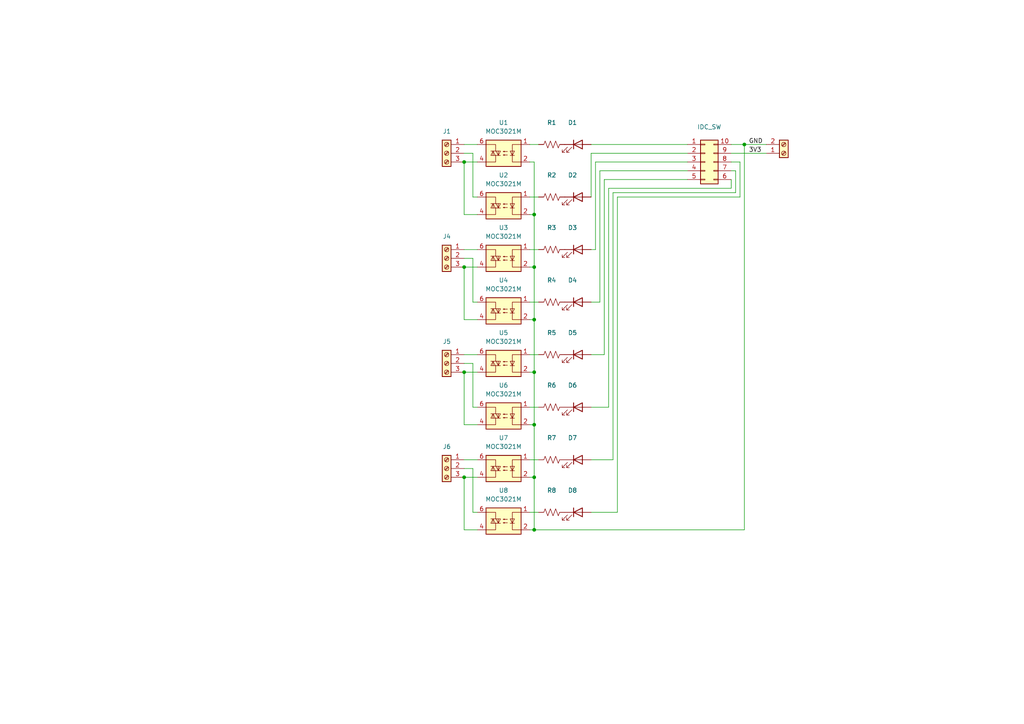
<source format=kicad_sch>
(kicad_sch (version 20211123) (generator eeschema)
  (paper "A4")
  (lib_symbols
    (symbol "Connector:Screw_Terminal_01x02" (pin_names (offset 1.016) hide)
      (property "Reference" "J" (at 0 2.54 0))
      (property "Value" "Screw_Terminal_01x02" (at 0 -5.08 0))
      (symbol "Screw_Terminal_01x02_1_1"
        (rectangle (start -1.27 1.27) (end 1.27 -3.81) (stroke (width 0.254)) (fill (type background)))
        (circle (center 0 -2.54) (radius 0.635) (stroke (width 0.1524)))
        (polyline (pts (xy -0.5334 -2.2098) (xy 0.3302 -3.048)) (stroke (width 0.1524)))
        (polyline (pts (xy -0.5334 0.3302) (xy 0.3302 -0.508)) (stroke (width 0.1524)))
        (polyline (pts (xy -0.3556 -2.032) (xy 0.508 -2.8702)) (stroke (width 0.1524)))
        (polyline (pts (xy -0.3556 0.508) (xy 0.508 -0.3302)) (stroke (width 0.1524)))
        (circle (center 0 0) (radius 0.635) (stroke (width 0.1524)))
        (pin passive line (at -5.08 0 0) (length 3.81) (name "Pin_1") (number "1"))
        (pin passive line (at -5.08 -2.54 0) (length 3.81) (name "Pin_2") (number "2"))
      )
    )
    (symbol "Connector:Screw_Terminal_01x03" (pin_names (offset 1.016) hide)
      (property "Reference" "J" (at 0 5.08 0))
      (property "Value" "Screw_Terminal_01x03" (at 0 -5.08 0))
      (symbol "Screw_Terminal_01x03_1_1"
        (rectangle (start -1.27 3.81) (end 1.27 -3.81) (stroke (width 0.254)) (fill (type background)))
        (circle (center 0 -2.54) (radius 0.635) (stroke (width 0.1524)))
        (polyline (pts (xy -0.5334 -2.2098) (xy 0.3302 -3.048)) (stroke (width 0.1524)))
        (polyline (pts (xy -0.5334 0.3302) (xy 0.3302 -0.508)) (stroke (width 0.1524)))
        (polyline (pts (xy -0.5334 2.8702) (xy 0.3302 2.032)) (stroke (width 0.1524)))
        (polyline (pts (xy -0.3556 -2.032) (xy 0.508 -2.8702)) (stroke (width 0.1524)))
        (polyline (pts (xy -0.3556 0.508) (xy 0.508 -0.3302)) (stroke (width 0.1524)))
        (polyline (pts (xy -0.3556 3.048) (xy 0.508 2.2098)) (stroke (width 0.1524)))
        (circle (center 0 0) (radius 0.635) (stroke (width 0.1524)))
        (circle (center 0 2.54) (radius 0.635) (stroke (width 0.1524)))
        (pin passive line (at -5.08 2.54 0) (length 3.81) (name "Pin_1") (number "1"))
        (pin passive line (at -5.08 0 0) (length 3.81) (name "Pin_2") (number "2"))
        (pin passive line (at -5.08 -2.54 0) (length 3.81) (name "Pin_3") (number "3"))
      )
    )
    (symbol "Connector_Generic:Conn_02x05_Counter_Clockwise" (pin_names (offset 1.016) hide)
      (property "Reference" "J" (at 1.27 7.62 0))
      (property "Value" "Conn_02x05_Counter_Clockwise" (at 1.27 -7.62 0))
      (symbol "Conn_02x05_Counter_Clockwise_1_1"
        (rectangle (start -1.27 -4.953) (end 0 -5.207) (stroke (width 0.1524)))
        (rectangle (start -1.27 -2.413) (end 0 -2.667) (stroke (width 0.1524)))
        (rectangle (start -1.27 0.127) (end 0 -0.127) (stroke (width 0.1524)))
        (rectangle (start -1.27 2.667) (end 0 2.413) (stroke (width 0.1524)))
        (rectangle (start -1.27 5.207) (end 0 4.953) (stroke (width 0.1524)))
        (rectangle (start -1.27 6.35) (end 3.81 -6.35) (stroke (width 0.254)) (fill (type background)))
        (rectangle (start 3.81 -4.953) (end 2.54 -5.207) (stroke (width 0.1524)))
        (rectangle (start 3.81 -2.413) (end 2.54 -2.667) (stroke (width 0.1524)))
        (rectangle (start 3.81 0.127) (end 2.54 -0.127) (stroke (width 0.1524)))
        (rectangle (start 3.81 2.667) (end 2.54 2.413) (stroke (width 0.1524)))
        (rectangle (start 3.81 5.207) (end 2.54 4.953) (stroke (width 0.1524)))
        (pin passive line (at -5.08 5.08 0) (length 3.81) (name "Pin_1") (number "1"))
        (pin passive line (at 7.62 5.08 180) (length 3.81) (name "Pin_10") (number "10"))
        (pin passive line (at -5.08 2.54 0) (length 3.81) (name "Pin_2") (number "2"))
        (pin passive line (at -5.08 0 0) (length 3.81) (name "Pin_3") (number "3"))
        (pin passive line (at -5.08 -2.54 0) (length 3.81) (name "Pin_4") (number "4"))
        (pin passive line (at -5.08 -5.08 0) (length 3.81) (name "Pin_5") (number "5"))
        (pin passive line (at 7.62 -5.08 180) (length 3.81) (name "Pin_6") (number "6"))
        (pin passive line (at 7.62 -2.54 180) (length 3.81) (name "Pin_7") (number "7"))
        (pin passive line (at 7.62 0 180) (length 3.81) (name "Pin_8") (number "8"))
        (pin passive line (at 7.62 2.54 180) (length 3.81) (name "Pin_9") (number "9"))
      )
    )
    (symbol "Device:LED" (pin_numbers hide) (pin_names (offset 1.016) hide)
      (property "Reference" "D" (at 0 2.54 0))
      (property "Value" "LED" (at 0 -2.54 0))
      (symbol "LED_0_1"
        (polyline (pts (xy -1.27 -1.27) (xy -1.27 1.27)) (stroke (width 0.254)))
        (polyline (pts (xy -1.27 0) (xy 1.27 0)))
        (polyline (pts (xy 1.27 -1.27) (xy 1.27 1.27) (xy -1.27 0) (xy 1.27 -1.27)) (stroke (width 0.254)))
        (polyline (pts (xy -3.048 -0.762) (xy -4.572 -2.286) (xy -3.81 -2.286) (xy -4.572 -2.286) (xy -4.572 -1.524)))
        (polyline (pts (xy -1.778 -0.762) (xy -3.302 -2.286) (xy -2.54 -2.286) (xy -3.302 -2.286) (xy -3.302 -1.524)))
      )
      (symbol "LED_1_1"
        (pin passive line (at -3.81 0 0) (length 2.54) (name "K") (number "1"))
        (pin passive line (at 3.81 0 180) (length 2.54) (name "A") (number "2"))
      )
    )
    (symbol "Device:R_US" (pin_numbers hide) (pin_names (offset 0))
      (property "Reference" "R" (at 2.54 0 90))
      (property "Value" "R_US" (at -2.54 0 90))
      (symbol "R_US_0_1"
        (polyline (pts (xy 0 -2.286) (xy 0 -2.54)))
        (polyline (pts (xy 0 2.286) (xy 0 2.54)))
        (polyline (pts (xy 0 -0.762) (xy 1.016 -1.143) (xy 0 -1.524) (xy -1.016 -1.905) (xy 0 -2.286)))
        (polyline (pts (xy 0 0.762) (xy 1.016 0.381) (xy 0 0) (xy -1.016 -0.381) (xy 0 -0.762)))
        (polyline (pts (xy 0 2.286) (xy 1.016 1.905) (xy 0 1.524) (xy -1.016 1.143) (xy 0 0.762)))
      )
      (symbol "R_US_1_1"
        (pin passive line (at 0 3.81 270) (length 1.27) (name "~") (number "1"))
        (pin passive line (at 0 -3.81 90) (length 1.27) (name "~") (number "2"))
      )
    )
    (symbol "Relay_SolidState:MOC3021M"
      (property "Reference" "U" (at -5.334 4.826 0))
      (property "Value" "MOC3021M" (at 0 5.08 0))
      (symbol "MOC3021M_0_1"
        (rectangle (start -5.08 3.81) (end 5.08 -3.81) (stroke (width 0.254)) (fill (type background)))
        (polyline (pts (xy -3.175 -0.635) (xy -1.905 -0.635)))
        (polyline (pts (xy 1.524 -0.635) (xy 1.524 0.635)))
        (polyline (pts (xy 3.048 0.635) (xy 3.048 -0.635)))
        (polyline (pts (xy 2.286 -0.635) (xy 2.286 -2.54) (xy 5.08 -2.54)))
        (polyline (pts (xy 2.286 0.635) (xy 2.286 2.54) (xy 5.08 2.54)))
        (polyline (pts (xy -5.08 2.54) (xy -2.54 2.54) (xy -2.54 -2.54) (xy -5.08 -2.54)))
        (polyline (pts (xy -2.54 -0.635) (xy -3.175 0.635) (xy -1.905 0.635) (xy -2.54 -0.635)))
        (polyline (pts (xy 0.889 -0.635) (xy 3.683 -0.635) (xy 3.048 0.635) (xy 2.413 -0.635)))
        (polyline (pts (xy 3.683 0.635) (xy 0.889 0.635) (xy 1.524 -0.635) (xy 2.159 0.635)))
        (polyline (pts (xy -1.143 -0.508) (xy 0.127 -0.508) (xy -0.254 -0.635) (xy -0.254 -0.381) (xy 0.127 -0.508)))
        (polyline (pts (xy -1.143 0.508) (xy 0.127 0.508) (xy -0.254 0.381) (xy -0.254 0.635) (xy 0.127 0.508)))
      )
      (symbol "MOC3021M_1_1"
        (pin passive line (at -7.62 2.54 0) (length 2.54) (name "~") (number "1"))
        (pin passive line (at -7.62 -2.54 0) (length 2.54) (name "~") (number "2"))
        (pin no_connect line (at -5.08 0 0) (length 2.54) hide (name "NC") (number "3"))
        (pin passive line (at 7.62 -2.54 180) (length 2.54) (name "~") (number "4"))
        (pin no_connect line (at 5.08 0 180) (length 2.54) hide (name "NC") (number "5"))
        (pin passive line (at 7.62 2.54 180) (length 2.54) (name "~") (number "6"))
      )
    )
  )
  (junction (at 154.94 107.95))
  (junction (at 154.94 153.67))
  (junction (at 134.62 77.47))
  (junction (at 154.94 92.71))
  (junction (at 154.94 62.23))
  (junction (at 154.94 77.47))
  (junction (at 154.94 138.43))
  (junction (at 154.94 123.19))
  (junction (at 134.62 46.99))
  (junction (at 134.62 138.43))
  (junction (at 215.9 41.91))
  (junction (at 134.62 107.95))
  (wire (pts (xy 134.62 138.43) (xy 134.62 153.67)))
  (wire (pts (xy 175.26 52.07) (xy 175.26 102.87)))
  (wire (pts (xy 134.62 46.99) (xy 134.62 62.23)))
  (wire (pts (xy 138.43 153.67) (xy 134.62 153.67)))
  (wire (pts (xy 212.09 44.45) (xy 222.25 44.45)))
  (wire (pts (xy 177.8 133.35) (xy 171.45 133.35)))
  (wire (pts (xy 176.53 54.61) (xy 212.09 54.61)))
  (wire (pts (xy 134.62 72.39) (xy 138.43 72.39)))
  (wire (pts (xy 138.43 148.59) (xy 137.16 148.59)))
  (wire (pts (xy 179.07 57.15) (xy 179.07 148.59)))
  (wire (pts (xy 154.94 153.67) (xy 215.9 153.67)))
  (wire (pts (xy 138.43 57.15) (xy 137.16 57.15)))
  (wire (pts (xy 134.62 135.89) (xy 137.16 135.89)))
  (wire (pts (xy 134.62 105.41) (xy 137.16 105.41)))
  (wire (pts (xy 214.63 46.99) (xy 212.09 46.99)))
  (wire (pts (xy 212.09 52.07) (xy 212.09 54.61)))
  (wire (pts (xy 153.67 92.71) (xy 154.94 92.71)))
  (wire (pts (xy 153.67 123.19) (xy 154.94 123.19)))
  (wire (pts (xy 134.62 92.71) (xy 138.43 92.71)))
  (wire (pts (xy 176.53 118.11) (xy 176.53 54.61)))
  (wire (pts (xy 137.16 57.15) (xy 137.16 44.45)))
  (wire (pts (xy 212.09 49.53) (xy 213.36 49.53)))
  (wire (pts (xy 138.43 118.11) (xy 137.16 118.11)))
  (wire (pts (xy 134.62 74.93) (xy 137.16 74.93)))
  (wire (pts (xy 176.53 118.11) (xy 171.45 118.11)))
  (wire (pts (xy 137.16 148.59) (xy 137.16 135.89)))
  (wire (pts (xy 134.62 102.87) (xy 138.43 102.87)))
  (wire (pts (xy 173.99 87.63) (xy 173.99 49.53)))
  (wire (pts (xy 172.72 46.99) (xy 199.39 46.99)))
  (wire (pts (xy 153.67 153.67) (xy 154.94 153.67)))
  (wire (pts (xy 154.94 138.43) (xy 154.94 153.67)))
  (wire (pts (xy 134.62 46.99) (xy 138.43 46.99)))
  (wire (pts (xy 134.62 77.47) (xy 138.43 77.47)))
  (wire (pts (xy 171.45 87.63) (xy 173.99 87.63)))
  (wire (pts (xy 154.94 62.23) (xy 154.94 77.47)))
  (wire (pts (xy 214.63 57.15) (xy 179.07 57.15)))
  (wire (pts (xy 153.67 62.23) (xy 154.94 62.23)))
  (wire (pts (xy 153.67 77.47) (xy 154.94 77.47)))
  (wire (pts (xy 134.62 133.35) (xy 138.43 133.35)))
  (wire (pts (xy 153.67 102.87) (xy 156.21 102.87)))
  (wire (pts (xy 134.62 44.45) (xy 137.16 44.45)))
  (wire (pts (xy 175.26 102.87) (xy 171.45 102.87)))
  (wire (pts (xy 212.09 41.91) (xy 215.9 41.91)))
  (wire (pts (xy 154.94 123.19) (xy 154.94 138.43)))
  (wire (pts (xy 154.94 107.95) (xy 154.94 123.19)))
  (wire (pts (xy 153.67 46.99) (xy 154.94 46.99)))
  (wire (pts (xy 171.45 148.59) (xy 179.07 148.59)))
  (wire (pts (xy 154.94 46.99) (xy 154.94 62.23)))
  (wire (pts (xy 134.62 77.47) (xy 134.62 92.71)))
  (wire (pts (xy 134.62 138.43) (xy 138.43 138.43)))
  (wire (pts (xy 172.72 72.39) (xy 172.72 46.99)))
  (wire (pts (xy 138.43 87.63) (xy 137.16 87.63)))
  (wire (pts (xy 171.45 72.39) (xy 172.72 72.39)))
  (wire (pts (xy 154.94 77.47) (xy 154.94 92.71)))
  (wire (pts (xy 173.99 49.53) (xy 199.39 49.53)))
  (wire (pts (xy 213.36 55.88) (xy 177.8 55.88)))
  (wire (pts (xy 215.9 41.91) (xy 222.25 41.91)))
  (wire (pts (xy 153.67 72.39) (xy 156.21 72.39)))
  (wire (pts (xy 134.62 107.95) (xy 134.62 123.19)))
  (wire (pts (xy 215.9 153.67) (xy 215.9 41.91)))
  (wire (pts (xy 134.62 107.95) (xy 138.43 107.95)))
  (wire (pts (xy 199.39 52.07) (xy 175.26 52.07)))
  (wire (pts (xy 153.67 41.91) (xy 156.21 41.91)))
  (wire (pts (xy 134.62 62.23) (xy 138.43 62.23)))
  (wire (pts (xy 171.45 57.15) (xy 171.45 44.45)))
  (wire (pts (xy 171.45 41.91) (xy 199.39 41.91)))
  (wire (pts (xy 177.8 55.88) (xy 177.8 133.35)))
  (wire (pts (xy 154.94 92.71) (xy 154.94 107.95)))
  (wire (pts (xy 214.63 46.99) (xy 214.63 57.15)))
  (wire (pts (xy 171.45 44.45) (xy 199.39 44.45)))
  (wire (pts (xy 153.67 107.95) (xy 154.94 107.95)))
  (wire (pts (xy 153.67 57.15) (xy 156.21 57.15)))
  (wire (pts (xy 153.67 133.35) (xy 156.21 133.35)))
  (wire (pts (xy 153.67 138.43) (xy 154.94 138.43)))
  (wire (pts (xy 137.16 105.41) (xy 137.16 118.11)))
  (wire (pts (xy 153.67 148.59) (xy 156.21 148.59)))
  (wire (pts (xy 153.67 118.11) (xy 156.21 118.11)))
  (wire (pts (xy 137.16 74.93) (xy 137.16 87.63)))
  (wire (pts (xy 134.62 123.19) (xy 138.43 123.19)))
  (wire (pts (xy 134.62 41.91) (xy 138.43 41.91)))
  (wire (pts (xy 153.67 87.63) (xy 156.21 87.63)))
  (wire (pts (xy 213.36 49.53) (xy 213.36 55.88)))
  (label "3V3" (at 217.17 44.45 0))
  (label "GND" (at 217.17 41.91 0))
  (symbol (lib_id "Device:LED") (at 167.64 72.39 0) (unit 1)
    (property "Reference" "D3" (at 166.0525 66.04 0))
    (property "Value" "LED" (effects hide))
    (property "Footprint" "LED_SMD:LED_0805_2012Metric" (effects hide))
  )
  (symbol (lib_id "Device:R_US") (at 160.02 102.87 90) (unit 1)
    (property "Reference" "R5" (at 160.02 96.52 90))
    (property "Value" "R_US" (effects hide))
    (property "Footprint" "Resistor_SMD:R_0805_2012Metric" (effects hide))
  )
  (symbol (lib_id "Relay_SolidState:MOC3021M") (at 146.05 74.93 0) (mirror y) (unit 1)
    (property "Reference" "U3" (at 146.05 66.04 0))
    (property "Value" "MOC3021M" (at 146.05 68.58 0))
    (property "Footprint" "Package_DIP:DIP-6_W8.89mm_SMDSocket_LongPads" (effects hide))
    (property "Datasheet" "https://www.onsemi.com/pub/Collateral/MOC3023M-D.PDF" (effects hide))
  )
  (symbol (lib_id "Device:R_US") (at 160.02 148.59 90) (unit 1)
    (property "Reference" "R8" (at 160.02 142.24 90))
    (property "Value" "R_US" (effects hide))
    (property "Footprint" "Resistor_SMD:R_0805_2012Metric" (effects hide))
  )
  (symbol (lib_id "Relay_SolidState:MOC3021M") (at 146.05 90.17 0) (mirror y) (unit 1)
    (property "Reference" "U4" (at 146.05 81.28 0))
    (property "Value" "MOC3021M" (at 146.05 83.82 0))
    (property "Footprint" "Package_DIP:DIP-6_W8.89mm_SMDSocket_LongPads" (effects hide))
    (property "Datasheet" "https://www.onsemi.com/pub/Collateral/MOC3023M-D.PDF" (effects hide))
  )
  (symbol (lib_id "Connector:Screw_Terminal_01x02") (at 227.33 44.45 0) (mirror x) (unit 1)
    (property "Reference" "J2" (effects hide))
    (property "Value" "Screw_Terminal_01x02" (effects hide))
    (property "Footprint" "TerminalBlock:TerminalBlock_bornier-2_P5.08mm" (effects hide))
  )
  (symbol (lib_id "Connector:Screw_Terminal_01x03") (at 129.54 105.41 0) (mirror y) (unit 1)
    (property "Reference" "J5" (at 130.81 99.06 0) (effects (justify left)))
    (property "Value" "Screw_Terminal_01x03" (effects hide))
    (property "Footprint" "TerminalBlock:TerminalBlock_bornier-3_P5.08mm" (effects hide))
  )
  (symbol (lib_id "Device:LED") (at 167.64 87.63 0) (unit 1)
    (property "Reference" "D4" (at 166.0525 81.28 0))
    (property "Value" "LED" (effects hide))
    (property "Footprint" "LED_SMD:LED_0805_2012Metric" (effects hide))
  )
  (symbol (lib_id "Device:LED") (at 167.64 118.11 0) (unit 1)
    (property "Reference" "D6" (at 166.0525 111.76 0))
    (property "Value" "LED" (effects hide))
    (property "Footprint" "LED_SMD:LED_0805_2012Metric" (effects hide))
  )
  (symbol (lib_id "Connector:Screw_Terminal_01x03") (at 129.54 74.93 0) (mirror y) (unit 1)
    (property "Reference" "J4" (at 130.81 68.58 0) (effects (justify left)))
    (property "Value" "Screw_Terminal_01x03" (effects hide))
    (property "Footprint" "TerminalBlock:TerminalBlock_bornier-3_P5.08mm" (effects hide))
  )
  (symbol (lib_id "Relay_SolidState:MOC3021M") (at 146.05 59.69 0) (mirror y) (unit 1)
    (property "Reference" "U2" (at 146.05 50.8 0))
    (property "Value" "MOC3021M" (at 146.05 53.34 0))
    (property "Footprint" "Package_DIP:DIP-6_W8.89mm_SMDSocket_LongPads" (effects hide))
    (property "Datasheet" "https://www.onsemi.com/pub/Collateral/MOC3023M-D.PDF" (effects hide))
  )
  (symbol (lib_id "Connector:Screw_Terminal_01x03") (at 129.54 44.45 0) (mirror y) (unit 1)
    (property "Reference" "J1" (at 130.81 38.1 0) (effects (justify left)))
    (property "Value" "Screw_Terminal_01x03" (effects hide))
    (property "Footprint" "TerminalBlock:TerminalBlock_bornier-3_P5.08mm" (effects hide))
  )
  (symbol (lib_id "Relay_SolidState:MOC3021M") (at 146.05 135.89 0) (mirror y) (unit 1)
    (property "Reference" "U7" (at 146.05 127 0))
    (property "Value" "MOC3021M" (at 146.05 129.54 0))
    (property "Footprint" "Package_DIP:DIP-6_W8.89mm_SMDSocket_LongPads" (effects hide))
    (property "Datasheet" "https://www.onsemi.com/pub/Collateral/MOC3023M-D.PDF" (effects hide))
  )
  (symbol (lib_id "Device:LED") (at 167.64 102.87 0) (unit 1)
    (property "Reference" "D5" (at 166.0525 96.52 0))
    (property "Value" "LED" (effects hide))
    (property "Footprint" "LED_SMD:LED_0805_2012Metric" (effects hide))
  )
  (symbol (lib_id "Connector:Screw_Terminal_01x03") (at 129.54 135.89 0) (mirror y) (unit 1)
    (property "Reference" "J6" (at 130.81 129.54 0) (effects (justify left)))
    (property "Value" "Screw_Terminal_01x03" (effects hide))
    (property "Footprint" "TerminalBlock:TerminalBlock_bornier-3_P5.08mm" (effects hide))
  )
  (symbol (lib_id "Relay_SolidState:MOC3021M") (at 146.05 151.13 0) (mirror y) (unit 1)
    (property "Reference" "U8" (at 146.05 142.24 0))
    (property "Value" "MOC3021M" (at 146.05 144.78 0))
    (property "Footprint" "Package_DIP:DIP-6_W8.89mm_SMDSocket_LongPads" (effects hide))
    (property "Datasheet" "https://www.onsemi.com/pub/Collateral/MOC3023M-D.PDF" (effects hide))
  )
  (symbol (lib_id "Device:LED") (at 167.64 57.15 0) (unit 1)
    (property "Reference" "D2" (at 166.0525 50.8 0))
    (property "Value" "LED" (effects hide))
    (property "Footprint" "LED_SMD:LED_0805_2012Metric" (effects hide))
  )
  (symbol (lib_id "Device:LED") (at 167.64 133.35 0) (unit 1)
    (property "Reference" "D7" (at 166.0525 127 0))
    (property "Value" "LED" (effects hide))
    (property "Footprint" "LED_SMD:LED_0805_2012Metric" (effects hide))
  )
  (symbol (lib_id "Device:R_US") (at 160.02 41.91 90) (unit 1)
    (property "Reference" "R1" (at 160.02 35.56 90))
    (property "Value" "R_US" (effects hide))
    (property "Footprint" "Resistor_SMD:R_0805_2012Metric" (effects hide))
  )
  (symbol (lib_id "Device:R_US") (at 160.02 72.39 90) (unit 1)
    (property "Reference" "R3" (at 160.02 66.04 90))
    (property "Value" "R_US" (effects hide))
    (property "Footprint" "Resistor_SMD:R_0805_2012Metric" (effects hide))
  )
  (symbol (lib_id "Relay_SolidState:MOC3021M") (at 146.05 120.65 0) (mirror y) (unit 1)
    (property "Reference" "U6" (at 146.05 111.76 0))
    (property "Value" "MOC3021M" (at 146.05 114.3 0))
    (property "Footprint" "Package_DIP:DIP-6_W8.89mm_SMDSocket_LongPads" (effects hide))
    (property "Datasheet" "https://www.onsemi.com/pub/Collateral/MOC3023M-D.PDF" (effects hide))
  )
  (symbol (lib_id "Relay_SolidState:MOC3021M") (at 146.05 105.41 0) (mirror y) (unit 1)
    (property "Reference" "U5" (at 146.05 96.52 0))
    (property "Value" "MOC3021M" (at 146.05 99.06 0))
    (property "Footprint" "Package_DIP:DIP-6_W8.89mm_SMDSocket_LongPads" (effects hide))
    (property "Datasheet" "https://www.onsemi.com/pub/Collateral/MOC3023M-D.PDF" (effects hide))
  )
  (symbol (lib_id "Device:R_US") (at 160.02 118.11 90) (unit 1)
    (property "Reference" "R6" (at 160.02 111.76 90))
    (property "Value" "R_US" (effects hide))
    (property "Footprint" "Resistor_SMD:R_0805_2012Metric" (effects hide))
  )
  (symbol (lib_id "Device:LED") (at 167.64 41.91 0) (unit 1)
    (property "Reference" "D1" (at 166.0525 35.56 0))
    (property "Value" "LED" (effects hide))
    (property "Footprint" "LED_SMD:LED_0805_2012Metric" (effects hide))
  )
  (symbol (lib_id "Device:R_US") (at 160.02 87.63 90) (unit 1)
    (property "Reference" "R4" (at 160.02 81.28 90))
    (property "Value" "R_US" (effects hide))
    (property "Footprint" "Resistor_SMD:R_0805_2012Metric" (effects hide))
  )
  (symbol (lib_id "Device:R_US") (at 160.02 133.35 90) (unit 1)
    (property "Reference" "R7" (at 160.02 127 90))
    (property "Value" "R_US" (effects hide))
    (property "Footprint" "Resistor_SMD:R_0805_2012Metric" (effects hide))
  )
  (symbol (lib_id "Relay_SolidState:MOC3021M") (at 146.05 44.45 0) (mirror y) (unit 1)
    (property "Reference" "U1" (at 146.05 35.56 0))
    (property "Value" "MOC3021M" (at 146.05 38.1 0))
    (property "Footprint" "Package_DIP:DIP-6_W8.89mm_SMDSocket_LongPads" (effects hide))
    (property "Datasheet" "https://www.onsemi.com/pub/Collateral/MOC3023M-D.PDF" (effects hide))
  )
  (symbol (lib_id "Device:R_US") (at 160.02 57.15 90) (unit 1)
    (property "Reference" "R2" (at 160.02 50.8 90))
    (property "Value" "R_US" (effects hide))
    (property "Footprint" "Resistor_SMD:R_0805_2012Metric" (effects hide))
  )
  (symbol (lib_id "Connector_Generic:Conn_02x05_Counter_Clockwise") (at 204.47 46.99 0) (unit 1)
    (property "Reference" "J3" (effects hide))
    (property "Value" "IDC_SW" (at 205.74 36.83 0))
    (property "Footprint" "Connector_IDC:IDC-Header_2x5_P2.54mm_Vertical" (effects hide))
  )
  (symbol (lib_id "Device:LED") (at 167.64 148.59 0) (unit 1)
    (property "Reference" "D8" (at 166.0525 142.24 0))
    (property "Value" "LED" (effects hide))
    (property "Footprint" "LED_SMD:LED_0805_2012Metric" (effects hide))
  )
)
</source>
